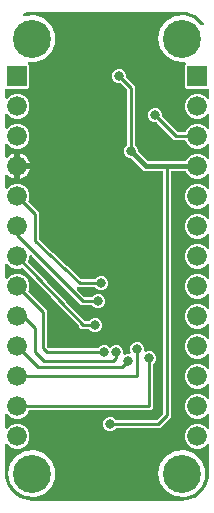
<source format=gbr>
G04 EAGLE Gerber RS-274X export*
G75*
%MOMM*%
%FSLAX34Y34*%
%LPD*%
%INBottom Copper*%
%IPPOS*%
%AMOC8*
5,1,8,0,0,1.08239X$1,22.5*%
G01*
%ADD10R,1.676400X1.676400*%
%ADD11C,1.676400*%
%ADD12C,3.216000*%
%ADD13C,0.800100*%
%ADD14C,0.254000*%
%ADD15C,0.406400*%

G36*
X152460Y2548D02*
X152460Y2548D01*
X152498Y2545D01*
X155879Y2811D01*
X156130Y2863D01*
X156167Y2868D01*
X162597Y4957D01*
X162882Y5092D01*
X162918Y5122D01*
X162945Y5135D01*
X168415Y9109D01*
X168645Y9325D01*
X168669Y9364D01*
X168691Y9385D01*
X170496Y11869D01*
X170509Y11893D01*
X170527Y11914D01*
X170585Y12031D01*
X170647Y12145D01*
X170651Y12159D01*
X170743Y12231D01*
X170794Y12308D01*
X170861Y12371D01*
X172665Y14855D01*
X172817Y15132D01*
X172829Y15177D01*
X172843Y15203D01*
X174932Y21633D01*
X174980Y21885D01*
X174989Y21921D01*
X175255Y25302D01*
X175253Y25362D01*
X175259Y25400D01*
X175259Y49565D01*
X175241Y49705D01*
X175227Y49846D01*
X175221Y49862D01*
X175219Y49878D01*
X175167Y50009D01*
X175118Y50142D01*
X175108Y50156D01*
X175102Y50171D01*
X175018Y50285D01*
X174938Y50401D01*
X174925Y50412D01*
X174916Y50425D01*
X174806Y50515D01*
X174698Y50607D01*
X174684Y50614D01*
X174671Y50625D01*
X174542Y50684D01*
X174415Y50746D01*
X174399Y50750D01*
X174385Y50756D01*
X174245Y50782D01*
X174106Y50810D01*
X174090Y50809D01*
X174074Y50812D01*
X173933Y50802D01*
X173791Y50795D01*
X173776Y50790D01*
X173760Y50789D01*
X173625Y50743D01*
X173490Y50701D01*
X173479Y50693D01*
X173461Y50687D01*
X173197Y50513D01*
X173157Y50469D01*
X173127Y50448D01*
X170999Y48321D01*
X167172Y46735D01*
X163028Y46735D01*
X159201Y48321D01*
X156271Y51251D01*
X154685Y55078D01*
X154685Y59222D01*
X156271Y63049D01*
X159201Y65979D01*
X163028Y67565D01*
X167172Y67565D01*
X170999Y65979D01*
X173127Y63852D01*
X173238Y63766D01*
X173349Y63675D01*
X173363Y63669D01*
X173376Y63659D01*
X173506Y63603D01*
X173635Y63544D01*
X173651Y63541D01*
X173666Y63534D01*
X173807Y63513D01*
X173946Y63488D01*
X173962Y63489D01*
X173978Y63486D01*
X174119Y63501D01*
X174260Y63511D01*
X174276Y63517D01*
X174292Y63518D01*
X174424Y63567D01*
X174559Y63613D01*
X174573Y63622D01*
X174588Y63628D01*
X174703Y63708D01*
X174823Y63787D01*
X174834Y63799D01*
X174847Y63808D01*
X174939Y63914D01*
X175034Y64020D01*
X175042Y64035D01*
X175052Y64047D01*
X175115Y64174D01*
X175181Y64300D01*
X175183Y64313D01*
X175192Y64330D01*
X175256Y64639D01*
X175253Y64698D01*
X175259Y64735D01*
X175259Y74965D01*
X175241Y75105D01*
X175227Y75246D01*
X175221Y75262D01*
X175219Y75278D01*
X175167Y75409D01*
X175118Y75542D01*
X175108Y75556D01*
X175102Y75571D01*
X175019Y75685D01*
X174938Y75801D01*
X174925Y75812D01*
X174916Y75825D01*
X174806Y75915D01*
X174698Y76007D01*
X174684Y76014D01*
X174671Y76025D01*
X174542Y76084D01*
X174415Y76146D01*
X174399Y76150D01*
X174385Y76156D01*
X174245Y76182D01*
X174106Y76210D01*
X174090Y76209D01*
X174074Y76212D01*
X173933Y76202D01*
X173791Y76195D01*
X173776Y76190D01*
X173760Y76189D01*
X173625Y76143D01*
X173490Y76101D01*
X173479Y76093D01*
X173461Y76087D01*
X173197Y75913D01*
X173157Y75869D01*
X173127Y75848D01*
X170999Y73721D01*
X167172Y72135D01*
X163028Y72135D01*
X159201Y73721D01*
X156271Y76651D01*
X154685Y80478D01*
X154685Y84622D01*
X156271Y88449D01*
X159201Y91379D01*
X163028Y92965D01*
X167172Y92965D01*
X170999Y91379D01*
X173127Y89252D01*
X173238Y89166D01*
X173349Y89075D01*
X173363Y89069D01*
X173376Y89059D01*
X173506Y89003D01*
X173635Y88944D01*
X173651Y88941D01*
X173666Y88934D01*
X173807Y88913D01*
X173946Y88888D01*
X173962Y88889D01*
X173978Y88886D01*
X174119Y88901D01*
X174260Y88911D01*
X174276Y88917D01*
X174292Y88918D01*
X174424Y88967D01*
X174559Y89013D01*
X174573Y89022D01*
X174588Y89028D01*
X174703Y89108D01*
X174823Y89187D01*
X174834Y89199D01*
X174847Y89208D01*
X174939Y89314D01*
X175034Y89420D01*
X175042Y89435D01*
X175052Y89447D01*
X175115Y89574D01*
X175181Y89700D01*
X175183Y89713D01*
X175192Y89730D01*
X175256Y90039D01*
X175253Y90098D01*
X175259Y90135D01*
X175259Y100365D01*
X175241Y100505D01*
X175227Y100646D01*
X175221Y100662D01*
X175219Y100678D01*
X175167Y100809D01*
X175118Y100942D01*
X175108Y100956D01*
X175102Y100971D01*
X175018Y101085D01*
X174938Y101201D01*
X174925Y101212D01*
X174916Y101225D01*
X174806Y101315D01*
X174698Y101407D01*
X174684Y101414D01*
X174671Y101425D01*
X174542Y101484D01*
X174415Y101546D01*
X174399Y101550D01*
X174385Y101556D01*
X174245Y101582D01*
X174106Y101610D01*
X174090Y101609D01*
X174074Y101612D01*
X173933Y101602D01*
X173791Y101595D01*
X173776Y101590D01*
X173760Y101589D01*
X173625Y101543D01*
X173490Y101501D01*
X173479Y101493D01*
X173461Y101487D01*
X173197Y101313D01*
X173157Y101269D01*
X173127Y101248D01*
X170999Y99121D01*
X167172Y97535D01*
X163028Y97535D01*
X159201Y99121D01*
X156271Y102051D01*
X154685Y105878D01*
X154685Y110022D01*
X156271Y113849D01*
X159201Y116779D01*
X163028Y118365D01*
X167172Y118365D01*
X170999Y116779D01*
X173127Y114652D01*
X173238Y114566D01*
X173349Y114475D01*
X173363Y114469D01*
X173376Y114459D01*
X173506Y114403D01*
X173635Y114344D01*
X173651Y114341D01*
X173666Y114334D01*
X173807Y114313D01*
X173946Y114288D01*
X173962Y114289D01*
X173978Y114286D01*
X174119Y114301D01*
X174260Y114311D01*
X174276Y114317D01*
X174292Y114318D01*
X174424Y114367D01*
X174559Y114413D01*
X174573Y114422D01*
X174588Y114428D01*
X174703Y114508D01*
X174823Y114587D01*
X174834Y114599D01*
X174847Y114608D01*
X174939Y114714D01*
X175034Y114820D01*
X175042Y114835D01*
X175052Y114847D01*
X175115Y114974D01*
X175181Y115100D01*
X175183Y115113D01*
X175192Y115130D01*
X175256Y115439D01*
X175253Y115498D01*
X175259Y115535D01*
X175259Y125765D01*
X175241Y125905D01*
X175227Y126046D01*
X175221Y126062D01*
X175219Y126078D01*
X175167Y126209D01*
X175118Y126342D01*
X175108Y126356D01*
X175102Y126371D01*
X175018Y126485D01*
X174938Y126601D01*
X174925Y126612D01*
X174916Y126625D01*
X174806Y126715D01*
X174698Y126807D01*
X174684Y126814D01*
X174671Y126825D01*
X174542Y126884D01*
X174415Y126946D01*
X174399Y126950D01*
X174385Y126956D01*
X174245Y126982D01*
X174106Y127010D01*
X174090Y127009D01*
X174074Y127012D01*
X173933Y127002D01*
X173791Y126995D01*
X173776Y126990D01*
X173760Y126989D01*
X173625Y126943D01*
X173490Y126901D01*
X173479Y126893D01*
X173461Y126887D01*
X173197Y126713D01*
X173157Y126669D01*
X173127Y126648D01*
X170999Y124521D01*
X167172Y122935D01*
X163028Y122935D01*
X159201Y124521D01*
X156271Y127451D01*
X154685Y131278D01*
X154685Y135422D01*
X156271Y139249D01*
X159201Y142179D01*
X163028Y143765D01*
X167172Y143765D01*
X170999Y142179D01*
X173127Y140052D01*
X173238Y139966D01*
X173349Y139875D01*
X173363Y139869D01*
X173376Y139859D01*
X173506Y139803D01*
X173635Y139744D01*
X173651Y139741D01*
X173666Y139734D01*
X173807Y139713D01*
X173946Y139688D01*
X173962Y139689D01*
X173978Y139686D01*
X174119Y139701D01*
X174260Y139711D01*
X174276Y139717D01*
X174292Y139718D01*
X174424Y139767D01*
X174559Y139813D01*
X174573Y139822D01*
X174588Y139828D01*
X174703Y139908D01*
X174823Y139987D01*
X174834Y139999D01*
X174847Y140008D01*
X174939Y140114D01*
X175034Y140220D01*
X175042Y140235D01*
X175052Y140247D01*
X175115Y140374D01*
X175181Y140500D01*
X175183Y140513D01*
X175192Y140530D01*
X175256Y140839D01*
X175253Y140898D01*
X175259Y140935D01*
X175259Y151165D01*
X175241Y151305D01*
X175227Y151446D01*
X175221Y151462D01*
X175219Y151478D01*
X175167Y151609D01*
X175118Y151742D01*
X175108Y151756D01*
X175102Y151771D01*
X175018Y151885D01*
X174938Y152001D01*
X174925Y152012D01*
X174916Y152025D01*
X174806Y152115D01*
X174698Y152207D01*
X174684Y152214D01*
X174671Y152225D01*
X174542Y152284D01*
X174415Y152346D01*
X174399Y152350D01*
X174385Y152356D01*
X174245Y152382D01*
X174106Y152410D01*
X174090Y152409D01*
X174074Y152412D01*
X173933Y152402D01*
X173791Y152395D01*
X173776Y152390D01*
X173760Y152389D01*
X173625Y152343D01*
X173490Y152301D01*
X173479Y152293D01*
X173461Y152287D01*
X173197Y152113D01*
X173157Y152069D01*
X173127Y152048D01*
X170999Y149921D01*
X167172Y148335D01*
X163028Y148335D01*
X159201Y149921D01*
X156271Y152851D01*
X154685Y156678D01*
X154685Y160822D01*
X156271Y164649D01*
X159201Y167579D01*
X163028Y169165D01*
X167172Y169165D01*
X170999Y167579D01*
X173127Y165452D01*
X173238Y165366D01*
X173349Y165275D01*
X173363Y165269D01*
X173376Y165259D01*
X173506Y165203D01*
X173635Y165144D01*
X173651Y165141D01*
X173666Y165134D01*
X173807Y165113D01*
X173946Y165088D01*
X173962Y165089D01*
X173978Y165086D01*
X174119Y165101D01*
X174260Y165111D01*
X174276Y165117D01*
X174292Y165118D01*
X174424Y165167D01*
X174559Y165213D01*
X174573Y165222D01*
X174588Y165228D01*
X174703Y165308D01*
X174823Y165387D01*
X174834Y165399D01*
X174847Y165408D01*
X174939Y165514D01*
X175034Y165620D01*
X175042Y165635D01*
X175052Y165647D01*
X175115Y165774D01*
X175181Y165900D01*
X175183Y165913D01*
X175192Y165930D01*
X175256Y166239D01*
X175253Y166298D01*
X175259Y166335D01*
X175259Y176565D01*
X175241Y176705D01*
X175227Y176846D01*
X175221Y176862D01*
X175219Y176878D01*
X175167Y177009D01*
X175118Y177142D01*
X175108Y177156D01*
X175102Y177171D01*
X175018Y177285D01*
X174938Y177401D01*
X174925Y177412D01*
X174916Y177425D01*
X174806Y177515D01*
X174698Y177607D01*
X174684Y177614D01*
X174671Y177625D01*
X174542Y177684D01*
X174415Y177746D01*
X174399Y177750D01*
X174385Y177756D01*
X174245Y177782D01*
X174106Y177810D01*
X174090Y177809D01*
X174074Y177812D01*
X173933Y177802D01*
X173791Y177795D01*
X173776Y177790D01*
X173760Y177789D01*
X173625Y177743D01*
X173490Y177701D01*
X173479Y177693D01*
X173461Y177687D01*
X173197Y177513D01*
X173157Y177469D01*
X173127Y177448D01*
X170999Y175321D01*
X167172Y173735D01*
X163028Y173735D01*
X159201Y175321D01*
X156271Y178251D01*
X154685Y182078D01*
X154685Y186222D01*
X156271Y190049D01*
X159201Y192979D01*
X163028Y194565D01*
X167172Y194565D01*
X170999Y192979D01*
X173127Y190852D01*
X173238Y190766D01*
X173349Y190675D01*
X173363Y190669D01*
X173376Y190659D01*
X173506Y190603D01*
X173635Y190544D01*
X173651Y190541D01*
X173666Y190534D01*
X173807Y190513D01*
X173946Y190488D01*
X173962Y190489D01*
X173978Y190486D01*
X174119Y190501D01*
X174260Y190511D01*
X174276Y190517D01*
X174292Y190518D01*
X174424Y190567D01*
X174559Y190613D01*
X174573Y190622D01*
X174588Y190628D01*
X174703Y190708D01*
X174823Y190787D01*
X174834Y190799D01*
X174847Y190808D01*
X174939Y190914D01*
X175034Y191020D01*
X175042Y191035D01*
X175052Y191047D01*
X175115Y191174D01*
X175181Y191300D01*
X175183Y191313D01*
X175192Y191330D01*
X175256Y191639D01*
X175253Y191698D01*
X175259Y191735D01*
X175259Y201965D01*
X175241Y202105D01*
X175227Y202246D01*
X175221Y202262D01*
X175219Y202278D01*
X175167Y202409D01*
X175118Y202542D01*
X175108Y202556D01*
X175102Y202571D01*
X175018Y202685D01*
X174938Y202801D01*
X174925Y202812D01*
X174916Y202825D01*
X174806Y202915D01*
X174698Y203007D01*
X174684Y203014D01*
X174671Y203025D01*
X174542Y203084D01*
X174415Y203146D01*
X174399Y203150D01*
X174385Y203156D01*
X174245Y203182D01*
X174106Y203210D01*
X174090Y203209D01*
X174074Y203212D01*
X173933Y203202D01*
X173791Y203195D01*
X173776Y203190D01*
X173760Y203189D01*
X173625Y203143D01*
X173490Y203101D01*
X173479Y203093D01*
X173461Y203087D01*
X173197Y202913D01*
X173157Y202869D01*
X173127Y202848D01*
X170999Y200721D01*
X167172Y199135D01*
X163028Y199135D01*
X159201Y200721D01*
X156271Y203651D01*
X154685Y207478D01*
X154685Y211622D01*
X156271Y215449D01*
X159201Y218379D01*
X163028Y219965D01*
X167172Y219965D01*
X170999Y218379D01*
X173127Y216252D01*
X173238Y216166D01*
X173349Y216075D01*
X173363Y216069D01*
X173376Y216059D01*
X173506Y216003D01*
X173635Y215944D01*
X173651Y215941D01*
X173666Y215934D01*
X173807Y215913D01*
X173946Y215888D01*
X173962Y215889D01*
X173978Y215886D01*
X174119Y215901D01*
X174260Y215911D01*
X174276Y215917D01*
X174292Y215918D01*
X174424Y215967D01*
X174559Y216013D01*
X174573Y216022D01*
X174588Y216028D01*
X174703Y216108D01*
X174823Y216187D01*
X174834Y216199D01*
X174847Y216208D01*
X174939Y216314D01*
X175034Y216420D01*
X175042Y216435D01*
X175052Y216447D01*
X175115Y216574D01*
X175181Y216700D01*
X175183Y216713D01*
X175192Y216730D01*
X175256Y217039D01*
X175253Y217098D01*
X175259Y217135D01*
X175259Y227365D01*
X175241Y227505D01*
X175227Y227646D01*
X175221Y227662D01*
X175219Y227678D01*
X175167Y227809D01*
X175118Y227942D01*
X175108Y227956D01*
X175102Y227971D01*
X175018Y228085D01*
X174938Y228201D01*
X174925Y228212D01*
X174916Y228225D01*
X174806Y228315D01*
X174698Y228407D01*
X174684Y228414D01*
X174671Y228425D01*
X174542Y228484D01*
X174415Y228546D01*
X174399Y228550D01*
X174385Y228556D01*
X174245Y228582D01*
X174106Y228610D01*
X174090Y228609D01*
X174074Y228612D01*
X173933Y228602D01*
X173791Y228595D01*
X173776Y228590D01*
X173760Y228589D01*
X173625Y228543D01*
X173490Y228501D01*
X173479Y228493D01*
X173461Y228487D01*
X173197Y228313D01*
X173157Y228269D01*
X173127Y228248D01*
X170999Y226121D01*
X167172Y224535D01*
X163028Y224535D01*
X159201Y226121D01*
X156271Y229051D01*
X154685Y232878D01*
X154685Y237022D01*
X156271Y240849D01*
X159201Y243779D01*
X163028Y245365D01*
X167172Y245365D01*
X170999Y243779D01*
X173127Y241652D01*
X173238Y241566D01*
X173349Y241475D01*
X173363Y241469D01*
X173376Y241459D01*
X173506Y241403D01*
X173635Y241344D01*
X173651Y241341D01*
X173666Y241334D01*
X173807Y241313D01*
X173946Y241288D01*
X173962Y241289D01*
X173978Y241286D01*
X174119Y241301D01*
X174260Y241311D01*
X174276Y241317D01*
X174292Y241318D01*
X174424Y241367D01*
X174559Y241413D01*
X174573Y241422D01*
X174588Y241428D01*
X174703Y241508D01*
X174823Y241587D01*
X174834Y241599D01*
X174847Y241608D01*
X174939Y241714D01*
X175034Y241820D01*
X175042Y241835D01*
X175052Y241847D01*
X175115Y241974D01*
X175181Y242100D01*
X175183Y242113D01*
X175192Y242130D01*
X175256Y242439D01*
X175253Y242498D01*
X175259Y242535D01*
X175259Y252765D01*
X175241Y252905D01*
X175227Y253046D01*
X175221Y253062D01*
X175219Y253078D01*
X175167Y253209D01*
X175118Y253342D01*
X175108Y253356D01*
X175102Y253371D01*
X175018Y253485D01*
X174938Y253601D01*
X174925Y253612D01*
X174916Y253625D01*
X174806Y253715D01*
X174698Y253807D01*
X174684Y253814D01*
X174671Y253825D01*
X174542Y253884D01*
X174415Y253946D01*
X174399Y253950D01*
X174385Y253956D01*
X174245Y253982D01*
X174106Y254010D01*
X174090Y254009D01*
X174074Y254012D01*
X173933Y254002D01*
X173791Y253995D01*
X173776Y253990D01*
X173760Y253989D01*
X173625Y253943D01*
X173490Y253901D01*
X173479Y253893D01*
X173461Y253887D01*
X173197Y253713D01*
X173157Y253669D01*
X173127Y253648D01*
X170999Y251521D01*
X167172Y249935D01*
X163028Y249935D01*
X159201Y251521D01*
X156271Y254451D01*
X154685Y258278D01*
X154685Y262422D01*
X156271Y266249D01*
X159201Y269179D01*
X163028Y270765D01*
X167172Y270765D01*
X170999Y269179D01*
X173127Y267052D01*
X173238Y266966D01*
X173349Y266875D01*
X173363Y266869D01*
X173376Y266859D01*
X173506Y266803D01*
X173635Y266744D01*
X173651Y266741D01*
X173666Y266734D01*
X173807Y266713D01*
X173946Y266688D01*
X173962Y266689D01*
X173978Y266686D01*
X174119Y266701D01*
X174260Y266711D01*
X174276Y266717D01*
X174292Y266718D01*
X174424Y266767D01*
X174559Y266813D01*
X174573Y266822D01*
X174588Y266828D01*
X174703Y266908D01*
X174823Y266987D01*
X174834Y266999D01*
X174847Y267008D01*
X174939Y267114D01*
X175034Y267220D01*
X175042Y267235D01*
X175052Y267247D01*
X175115Y267374D01*
X175181Y267500D01*
X175183Y267513D01*
X175192Y267530D01*
X175256Y267839D01*
X175253Y267898D01*
X175259Y267935D01*
X175259Y278165D01*
X175241Y278305D01*
X175227Y278446D01*
X175221Y278462D01*
X175219Y278478D01*
X175167Y278609D01*
X175118Y278742D01*
X175108Y278756D01*
X175102Y278771D01*
X175018Y278885D01*
X174938Y279001D01*
X174925Y279012D01*
X174916Y279025D01*
X174806Y279115D01*
X174698Y279207D01*
X174684Y279214D01*
X174671Y279225D01*
X174542Y279284D01*
X174415Y279346D01*
X174399Y279350D01*
X174385Y279356D01*
X174245Y279382D01*
X174106Y279410D01*
X174090Y279409D01*
X174074Y279412D01*
X173933Y279402D01*
X173791Y279395D01*
X173776Y279390D01*
X173760Y279389D01*
X173625Y279343D01*
X173490Y279301D01*
X173479Y279293D01*
X173461Y279287D01*
X173197Y279113D01*
X173157Y279069D01*
X173127Y279048D01*
X170999Y276921D01*
X167172Y275335D01*
X163028Y275335D01*
X159201Y276921D01*
X156271Y279851D01*
X155830Y280914D01*
X155811Y280948D01*
X155798Y280985D01*
X155733Y281085D01*
X155674Y281188D01*
X155646Y281216D01*
X155625Y281249D01*
X155536Y281329D01*
X155453Y281414D01*
X155420Y281434D01*
X155391Y281460D01*
X155285Y281516D01*
X155184Y281577D01*
X155146Y281589D01*
X155112Y281607D01*
X155047Y281618D01*
X154882Y281668D01*
X154740Y281674D01*
X154676Y281685D01*
X144252Y281685D01*
X144127Y281669D01*
X144002Y281660D01*
X143971Y281649D01*
X143939Y281645D01*
X143822Y281599D01*
X143703Y281558D01*
X143676Y281540D01*
X143646Y281528D01*
X143545Y281454D01*
X143439Y281385D01*
X143418Y281361D01*
X143392Y281342D01*
X143312Y281244D01*
X143228Y281151D01*
X143213Y281122D01*
X143192Y281097D01*
X143139Y280983D01*
X143081Y280872D01*
X143077Y280846D01*
X143060Y280811D01*
X143004Y280500D01*
X143007Y280461D01*
X143003Y280436D01*
X143003Y73562D01*
X133448Y64007D01*
X97187Y64007D01*
X97078Y63993D01*
X96968Y63988D01*
X96922Y63974D01*
X96874Y63967D01*
X96772Y63927D01*
X96667Y63894D01*
X96636Y63872D01*
X96581Y63850D01*
X96327Y63664D01*
X96315Y63649D01*
X96304Y63641D01*
X94858Y62195D01*
X92640Y61277D01*
X90240Y61277D01*
X88022Y62195D01*
X86325Y63892D01*
X85407Y66110D01*
X85407Y68510D01*
X86325Y70728D01*
X88022Y72425D01*
X90240Y73343D01*
X92640Y73343D01*
X94858Y72425D01*
X96304Y70979D01*
X96390Y70911D01*
X96472Y70838D01*
X96515Y70815D01*
X96553Y70785D01*
X96654Y70742D01*
X96752Y70691D01*
X96788Y70684D01*
X96843Y70661D01*
X97155Y70613D01*
X97174Y70615D01*
X97187Y70613D01*
X130194Y70613D01*
X130303Y70627D01*
X130413Y70632D01*
X130460Y70646D01*
X130507Y70653D01*
X130610Y70693D01*
X130714Y70726D01*
X130745Y70748D01*
X130800Y70770D01*
X131055Y70956D01*
X131067Y70971D01*
X131078Y70979D01*
X136031Y75932D01*
X136099Y76019D01*
X136172Y76101D01*
X136195Y76143D01*
X136225Y76182D01*
X136268Y76283D01*
X136319Y76380D01*
X136326Y76417D01*
X136349Y76472D01*
X136397Y76783D01*
X136395Y76803D01*
X136397Y76816D01*
X136397Y280436D01*
X136381Y280561D01*
X136372Y280686D01*
X136361Y280717D01*
X136357Y280749D01*
X136311Y280866D01*
X136270Y280985D01*
X136252Y281012D01*
X136240Y281042D01*
X136166Y281143D01*
X136097Y281249D01*
X136073Y281270D01*
X136054Y281296D01*
X135956Y281376D01*
X135863Y281460D01*
X135834Y281475D01*
X135809Y281496D01*
X135695Y281549D01*
X135584Y281607D01*
X135558Y281611D01*
X135523Y281628D01*
X135212Y281684D01*
X135173Y281681D01*
X135148Y281685D01*
X120236Y281685D01*
X109871Y292051D01*
X109784Y292118D01*
X109702Y292192D01*
X109659Y292214D01*
X109621Y292244D01*
X109520Y292287D01*
X109423Y292338D01*
X109386Y292345D01*
X109331Y292368D01*
X109019Y292416D01*
X109000Y292414D01*
X108987Y292417D01*
X108020Y292417D01*
X105802Y293335D01*
X104105Y295032D01*
X103187Y297250D01*
X103187Y299650D01*
X104105Y301868D01*
X105551Y303314D01*
X105619Y303400D01*
X105692Y303482D01*
X105715Y303525D01*
X105745Y303563D01*
X105788Y303664D01*
X105839Y303762D01*
X105846Y303798D01*
X105869Y303853D01*
X105917Y304165D01*
X105915Y304184D01*
X105917Y304197D01*
X105917Y349904D01*
X105903Y350013D01*
X105898Y350123D01*
X105884Y350170D01*
X105877Y350217D01*
X105837Y350320D01*
X105804Y350424D01*
X105782Y350455D01*
X105760Y350510D01*
X105574Y350765D01*
X105559Y350777D01*
X105551Y350788D01*
X100788Y355551D01*
X100702Y355618D01*
X100620Y355692D01*
X100577Y355714D01*
X100539Y355744D01*
X100438Y355787D01*
X100340Y355838D01*
X100304Y355845D01*
X100249Y355868D01*
X99937Y355916D01*
X99918Y355914D01*
X99905Y355917D01*
X97860Y355917D01*
X95642Y356835D01*
X93945Y358532D01*
X93027Y360750D01*
X93027Y363150D01*
X93945Y365368D01*
X95642Y367065D01*
X97860Y367983D01*
X100260Y367983D01*
X102478Y367065D01*
X104175Y365368D01*
X105093Y363150D01*
X105093Y361105D01*
X105107Y360996D01*
X105113Y360886D01*
X105127Y360840D01*
X105133Y360792D01*
X105174Y360690D01*
X105207Y360585D01*
X105228Y360554D01*
X105250Y360499D01*
X105422Y360265D01*
X105423Y360263D01*
X105424Y360262D01*
X105437Y360245D01*
X105452Y360233D01*
X105459Y360222D01*
X112523Y353158D01*
X112523Y304197D01*
X112537Y304088D01*
X112542Y303978D01*
X112556Y303932D01*
X112563Y303884D01*
X112603Y303782D01*
X112636Y303677D01*
X112658Y303646D01*
X112680Y303591D01*
X112866Y303337D01*
X112881Y303325D01*
X112889Y303314D01*
X114335Y301868D01*
X115253Y299650D01*
X115253Y298683D01*
X115267Y298574D01*
X115273Y298464D01*
X115287Y298418D01*
X115293Y298370D01*
X115334Y298268D01*
X115367Y298163D01*
X115388Y298132D01*
X115410Y298077D01*
X115597Y297822D01*
X115612Y297810D01*
X115619Y297799D01*
X123238Y290181D01*
X123325Y290113D01*
X123406Y290040D01*
X123449Y290017D01*
X123487Y289987D01*
X123588Y289944D01*
X123686Y289893D01*
X123723Y289886D01*
X123777Y289863D01*
X124089Y289815D01*
X124108Y289817D01*
X124121Y289815D01*
X154676Y289815D01*
X154715Y289820D01*
X154754Y289817D01*
X154871Y289840D01*
X154989Y289855D01*
X155025Y289869D01*
X155064Y289876D01*
X155171Y289927D01*
X155282Y289972D01*
X155314Y289995D01*
X155349Y290011D01*
X155440Y290088D01*
X155536Y290158D01*
X155561Y290188D01*
X155591Y290214D01*
X155627Y290269D01*
X155736Y290403D01*
X155795Y290531D01*
X155830Y290586D01*
X156271Y291649D01*
X159201Y294579D01*
X163028Y296165D01*
X167172Y296165D01*
X170999Y294579D01*
X173127Y292452D01*
X173238Y292366D01*
X173349Y292275D01*
X173363Y292269D01*
X173376Y292259D01*
X173506Y292203D01*
X173635Y292144D01*
X173651Y292141D01*
X173666Y292134D01*
X173807Y292113D01*
X173946Y292088D01*
X173962Y292089D01*
X173978Y292086D01*
X174119Y292101D01*
X174260Y292111D01*
X174276Y292117D01*
X174292Y292118D01*
X174424Y292167D01*
X174559Y292213D01*
X174573Y292222D01*
X174588Y292228D01*
X174703Y292308D01*
X174823Y292387D01*
X174834Y292399D01*
X174847Y292408D01*
X174939Y292514D01*
X175034Y292620D01*
X175042Y292635D01*
X175052Y292647D01*
X175115Y292774D01*
X175181Y292900D01*
X175183Y292913D01*
X175192Y292930D01*
X175256Y293239D01*
X175253Y293298D01*
X175259Y293335D01*
X175259Y303565D01*
X175241Y303705D01*
X175227Y303846D01*
X175221Y303862D01*
X175219Y303878D01*
X175167Y304009D01*
X175118Y304142D01*
X175108Y304156D01*
X175102Y304171D01*
X175018Y304285D01*
X174938Y304401D01*
X174925Y304412D01*
X174916Y304425D01*
X174806Y304515D01*
X174698Y304607D01*
X174684Y304614D01*
X174671Y304625D01*
X174542Y304684D01*
X174415Y304746D01*
X174399Y304750D01*
X174385Y304756D01*
X174245Y304782D01*
X174106Y304810D01*
X174090Y304809D01*
X174074Y304812D01*
X173933Y304802D01*
X173791Y304795D01*
X173776Y304790D01*
X173760Y304789D01*
X173625Y304743D01*
X173490Y304701D01*
X173479Y304693D01*
X173461Y304687D01*
X173197Y304513D01*
X173157Y304469D01*
X173127Y304448D01*
X170999Y302321D01*
X167172Y300735D01*
X163028Y300735D01*
X159201Y302321D01*
X156271Y305251D01*
X155515Y307076D01*
X155495Y307110D01*
X155483Y307147D01*
X155417Y307247D01*
X155358Y307350D01*
X155331Y307378D01*
X155309Y307411D01*
X155221Y307491D01*
X155138Y307576D01*
X155104Y307596D01*
X155075Y307622D01*
X154970Y307678D01*
X154868Y307739D01*
X154831Y307751D01*
X154796Y307769D01*
X154732Y307780D01*
X154566Y307830D01*
X154425Y307836D01*
X154360Y307847D01*
X145952Y307847D01*
X131268Y322531D01*
X131182Y322598D01*
X131100Y322672D01*
X131057Y322694D01*
X131019Y322724D01*
X130918Y322767D01*
X130820Y322818D01*
X130784Y322825D01*
X130729Y322848D01*
X130417Y322896D01*
X130398Y322894D01*
X130385Y322897D01*
X128340Y322897D01*
X126122Y323815D01*
X124425Y325512D01*
X123507Y327730D01*
X123507Y330130D01*
X124425Y332348D01*
X126122Y334045D01*
X128340Y334963D01*
X130740Y334963D01*
X132958Y334045D01*
X134655Y332348D01*
X135573Y330130D01*
X135573Y328085D01*
X135587Y327976D01*
X135593Y327866D01*
X135607Y327820D01*
X135613Y327772D01*
X135654Y327670D01*
X135687Y327565D01*
X135708Y327534D01*
X135730Y327479D01*
X135917Y327225D01*
X135932Y327213D01*
X135939Y327202D01*
X148322Y314819D01*
X148409Y314751D01*
X148491Y314678D01*
X148533Y314655D01*
X148572Y314625D01*
X148673Y314582D01*
X148770Y314531D01*
X148807Y314524D01*
X148862Y314501D01*
X149173Y314453D01*
X149193Y314455D01*
X149206Y314453D01*
X154360Y314453D01*
X154399Y314458D01*
X154438Y314455D01*
X154555Y314478D01*
X154673Y314493D01*
X154710Y314507D01*
X154748Y314514D01*
X154856Y314565D01*
X154966Y314610D01*
X154998Y314633D01*
X155033Y314649D01*
X155125Y314726D01*
X155221Y314796D01*
X155246Y314826D01*
X155276Y314852D01*
X155311Y314907D01*
X155420Y315041D01*
X155479Y315169D01*
X155515Y315224D01*
X156271Y317049D01*
X159201Y319979D01*
X163028Y321565D01*
X167172Y321565D01*
X170999Y319979D01*
X173127Y317852D01*
X173238Y317766D01*
X173349Y317675D01*
X173363Y317669D01*
X173376Y317659D01*
X173506Y317603D01*
X173635Y317544D01*
X173651Y317541D01*
X173666Y317534D01*
X173807Y317513D01*
X173946Y317488D01*
X173962Y317489D01*
X173978Y317486D01*
X174119Y317501D01*
X174260Y317511D01*
X174276Y317517D01*
X174292Y317518D01*
X174424Y317567D01*
X174559Y317613D01*
X174573Y317622D01*
X174588Y317628D01*
X174703Y317708D01*
X174823Y317787D01*
X174834Y317799D01*
X174847Y317808D01*
X174939Y317914D01*
X175034Y318020D01*
X175042Y318035D01*
X175052Y318047D01*
X175115Y318174D01*
X175181Y318300D01*
X175183Y318313D01*
X175192Y318330D01*
X175256Y318639D01*
X175253Y318698D01*
X175259Y318735D01*
X175259Y328965D01*
X175241Y329105D01*
X175227Y329246D01*
X175221Y329262D01*
X175219Y329278D01*
X175167Y329409D01*
X175118Y329542D01*
X175108Y329556D01*
X175102Y329571D01*
X175018Y329685D01*
X174938Y329801D01*
X174925Y329812D01*
X174916Y329825D01*
X174806Y329915D01*
X174698Y330007D01*
X174684Y330014D01*
X174671Y330025D01*
X174542Y330084D01*
X174415Y330146D01*
X174399Y330150D01*
X174385Y330156D01*
X174245Y330182D01*
X174106Y330210D01*
X174090Y330209D01*
X174074Y330212D01*
X173933Y330202D01*
X173791Y330195D01*
X173776Y330190D01*
X173760Y330189D01*
X173625Y330143D01*
X173490Y330101D01*
X173479Y330093D01*
X173461Y330087D01*
X173197Y329913D01*
X173157Y329869D01*
X173127Y329848D01*
X170999Y327721D01*
X167172Y326135D01*
X163028Y326135D01*
X159201Y327721D01*
X156271Y330651D01*
X154685Y334478D01*
X154685Y338622D01*
X156271Y342449D01*
X159201Y345379D01*
X163028Y346965D01*
X167172Y346965D01*
X170999Y345379D01*
X173127Y343252D01*
X173238Y343166D01*
X173349Y343075D01*
X173363Y343069D01*
X173376Y343059D01*
X173506Y343003D01*
X173635Y342944D01*
X173651Y342941D01*
X173666Y342934D01*
X173807Y342913D01*
X173946Y342888D01*
X173962Y342889D01*
X173978Y342886D01*
X174119Y342901D01*
X174260Y342911D01*
X174276Y342917D01*
X174292Y342918D01*
X174424Y342967D01*
X174559Y343013D01*
X174573Y343022D01*
X174588Y343028D01*
X174703Y343108D01*
X174823Y343187D01*
X174834Y343199D01*
X174847Y343208D01*
X174939Y343314D01*
X175034Y343420D01*
X175042Y343435D01*
X175052Y343447D01*
X175115Y343574D01*
X175181Y343700D01*
X175183Y343713D01*
X175192Y343730D01*
X175256Y344039D01*
X175253Y344098D01*
X175259Y344135D01*
X175259Y350286D01*
X175243Y350411D01*
X175234Y350536D01*
X175223Y350567D01*
X175219Y350599D01*
X175173Y350716D01*
X175132Y350835D01*
X175114Y350862D01*
X175102Y350892D01*
X175028Y350993D01*
X174959Y351099D01*
X174935Y351120D01*
X174916Y351146D01*
X174818Y351226D01*
X174725Y351310D01*
X174696Y351325D01*
X174671Y351346D01*
X174557Y351399D01*
X174446Y351457D01*
X174420Y351461D01*
X174385Y351478D01*
X174074Y351534D01*
X174035Y351531D01*
X174010Y351535D01*
X155876Y351535D01*
X154685Y352726D01*
X154685Y371174D01*
X155081Y371570D01*
X155128Y371631D01*
X155183Y371685D01*
X155225Y371755D01*
X155275Y371820D01*
X155305Y371890D01*
X155344Y371956D01*
X155367Y372035D01*
X155399Y372110D01*
X155411Y372185D01*
X155432Y372259D01*
X155435Y372341D01*
X155447Y372421D01*
X155439Y372498D01*
X155441Y372575D01*
X155423Y372654D01*
X155415Y372735D01*
X155389Y372807D01*
X155371Y372882D01*
X155334Y372955D01*
X155306Y373031D01*
X155262Y373094D01*
X155227Y373163D01*
X155172Y373223D01*
X155126Y373290D01*
X155067Y373340D01*
X155016Y373398D01*
X154948Y373443D01*
X154887Y373496D01*
X154817Y373530D01*
X154754Y373572D01*
X154698Y373589D01*
X154603Y373635D01*
X154376Y373682D01*
X154329Y373696D01*
X146179Y374553D01*
X138928Y378738D01*
X134008Y385511D01*
X132267Y393700D01*
X134008Y401889D01*
X138928Y408662D01*
X146179Y412847D01*
X154504Y413723D01*
X162466Y411136D01*
X168649Y405569D01*
X168672Y405553D01*
X168691Y405533D01*
X168801Y405463D01*
X168908Y405389D01*
X168934Y405379D01*
X168957Y405365D01*
X169082Y405325D01*
X169204Y405280D01*
X169232Y405277D01*
X169258Y405269D01*
X169388Y405261D01*
X169518Y405248D01*
X169546Y405252D01*
X169573Y405251D01*
X169701Y405276D01*
X169830Y405296D01*
X169856Y405307D01*
X169882Y405313D01*
X170000Y405369D01*
X170120Y405421D01*
X170142Y405438D01*
X170166Y405450D01*
X170266Y405534D01*
X170369Y405614D01*
X170386Y405636D01*
X170407Y405654D01*
X170482Y405761D01*
X170562Y405864D01*
X170573Y405889D01*
X170589Y405912D01*
X170635Y406034D01*
X170686Y406154D01*
X170691Y406181D01*
X170700Y406207D01*
X170714Y406337D01*
X170734Y406466D01*
X170731Y406493D01*
X170734Y406521D01*
X170715Y406650D01*
X170702Y406780D01*
X170692Y406806D01*
X170688Y406833D01*
X170662Y406887D01*
X170592Y407076D01*
X170536Y407148D01*
X170496Y407231D01*
X168691Y409715D01*
X168475Y409945D01*
X168436Y409969D01*
X168415Y409991D01*
X162945Y413965D01*
X162668Y414117D01*
X162623Y414129D01*
X162597Y414143D01*
X156167Y416232D01*
X155915Y416280D01*
X155879Y416289D01*
X152498Y416555D01*
X152438Y416553D01*
X152400Y416559D01*
X25400Y416559D01*
X25340Y416552D01*
X25302Y416555D01*
X21921Y416289D01*
X21671Y416237D01*
X21633Y416232D01*
X18714Y415283D01*
X18689Y415272D01*
X18662Y415265D01*
X18547Y415205D01*
X18428Y415149D01*
X18407Y415131D01*
X18383Y415118D01*
X18286Y415031D01*
X18186Y414947D01*
X18170Y414925D01*
X18149Y414906D01*
X18078Y414797D01*
X18002Y414691D01*
X17992Y414665D01*
X17977Y414642D01*
X17935Y414518D01*
X17887Y414397D01*
X17884Y414370D01*
X17875Y414343D01*
X17866Y414213D01*
X17851Y414083D01*
X17854Y414056D01*
X17852Y414029D01*
X17876Y413900D01*
X17893Y413771D01*
X17904Y413745D01*
X17909Y413718D01*
X17964Y413600D01*
X18013Y413479D01*
X18030Y413457D01*
X18041Y413432D01*
X18124Y413331D01*
X18202Y413226D01*
X18224Y413209D01*
X18241Y413188D01*
X18347Y413111D01*
X18448Y413029D01*
X18473Y413018D01*
X18496Y413002D01*
X18617Y412953D01*
X18736Y412900D01*
X18763Y412895D01*
X18789Y412885D01*
X18849Y412881D01*
X19047Y412847D01*
X19139Y412860D01*
X19230Y412853D01*
X27504Y413723D01*
X35466Y411136D01*
X41688Y405534D01*
X45093Y397886D01*
X45093Y389514D01*
X41688Y381866D01*
X35466Y376264D01*
X27504Y373677D01*
X23310Y374118D01*
X23261Y374117D01*
X23212Y374125D01*
X23103Y374114D01*
X22995Y374111D01*
X22947Y374098D01*
X22898Y374093D01*
X22796Y374055D01*
X22691Y374026D01*
X22648Y374001D01*
X22602Y373984D01*
X22512Y373921D01*
X22419Y373867D01*
X22383Y373832D01*
X22343Y373803D01*
X22272Y373721D01*
X22195Y373644D01*
X22169Y373602D01*
X22137Y373564D01*
X22089Y373467D01*
X22033Y373373D01*
X22020Y373326D01*
X21998Y373281D01*
X21976Y373175D01*
X21945Y373070D01*
X21944Y373021D01*
X21934Y372972D01*
X21939Y372864D01*
X21936Y372755D01*
X21947Y372706D01*
X21950Y372657D01*
X21982Y372553D01*
X22006Y372447D01*
X22029Y372403D01*
X22044Y372356D01*
X22081Y372302D01*
X22151Y372167D01*
X22258Y372047D01*
X22296Y371993D01*
X23115Y371174D01*
X23115Y352726D01*
X21924Y351535D01*
X3790Y351535D01*
X3665Y351519D01*
X3540Y351510D01*
X3509Y351499D01*
X3477Y351495D01*
X3360Y351449D01*
X3241Y351408D01*
X3214Y351390D01*
X3184Y351378D01*
X3083Y351304D01*
X2977Y351235D01*
X2956Y351211D01*
X2930Y351192D01*
X2850Y351094D01*
X2766Y351001D01*
X2751Y350972D01*
X2730Y350947D01*
X2677Y350833D01*
X2619Y350722D01*
X2615Y350696D01*
X2598Y350661D01*
X2542Y350350D01*
X2545Y350311D01*
X2541Y350286D01*
X2541Y344135D01*
X2559Y343995D01*
X2573Y343854D01*
X2579Y343838D01*
X2581Y343822D01*
X2633Y343691D01*
X2682Y343558D01*
X2692Y343544D01*
X2698Y343529D01*
X2782Y343415D01*
X2862Y343299D01*
X2875Y343288D01*
X2884Y343275D01*
X2994Y343185D01*
X3102Y343093D01*
X3116Y343086D01*
X3129Y343075D01*
X3258Y343016D01*
X3385Y342954D01*
X3401Y342950D01*
X3415Y342944D01*
X3555Y342918D01*
X3694Y342890D01*
X3710Y342891D01*
X3726Y342888D01*
X3867Y342898D01*
X4009Y342905D01*
X4024Y342910D01*
X4040Y342911D01*
X4175Y342957D01*
X4310Y342999D01*
X4321Y343007D01*
X4339Y343013D01*
X4603Y343187D01*
X4643Y343231D01*
X4673Y343252D01*
X6801Y345379D01*
X10628Y346965D01*
X14772Y346965D01*
X18599Y345379D01*
X21529Y342449D01*
X23115Y338622D01*
X23115Y334478D01*
X21529Y330651D01*
X18599Y327721D01*
X14772Y326135D01*
X10628Y326135D01*
X6801Y327721D01*
X4673Y329848D01*
X4562Y329934D01*
X4451Y330025D01*
X4437Y330031D01*
X4424Y330041D01*
X4294Y330097D01*
X4165Y330156D01*
X4149Y330159D01*
X4134Y330166D01*
X3993Y330187D01*
X3854Y330212D01*
X3838Y330211D01*
X3822Y330214D01*
X3681Y330199D01*
X3540Y330189D01*
X3524Y330183D01*
X3508Y330182D01*
X3376Y330133D01*
X3241Y330087D01*
X3227Y330078D01*
X3212Y330072D01*
X3097Y329992D01*
X2977Y329913D01*
X2966Y329901D01*
X2953Y329892D01*
X2861Y329786D01*
X2766Y329680D01*
X2758Y329665D01*
X2748Y329653D01*
X2685Y329526D01*
X2619Y329400D01*
X2617Y329387D01*
X2608Y329370D01*
X2544Y329061D01*
X2547Y329002D01*
X2541Y328965D01*
X2541Y318735D01*
X2559Y318595D01*
X2573Y318454D01*
X2579Y318438D01*
X2581Y318422D01*
X2633Y318291D01*
X2682Y318158D01*
X2692Y318144D01*
X2698Y318129D01*
X2782Y318015D01*
X2862Y317899D01*
X2875Y317888D01*
X2884Y317875D01*
X2994Y317785D01*
X3102Y317693D01*
X3116Y317686D01*
X3129Y317675D01*
X3258Y317616D01*
X3385Y317554D01*
X3401Y317550D01*
X3415Y317544D01*
X3555Y317518D01*
X3694Y317490D01*
X3710Y317491D01*
X3726Y317488D01*
X3867Y317498D01*
X4009Y317505D01*
X4024Y317510D01*
X4040Y317511D01*
X4175Y317557D01*
X4310Y317599D01*
X4321Y317607D01*
X4339Y317613D01*
X4603Y317787D01*
X4643Y317831D01*
X4673Y317852D01*
X6801Y319979D01*
X10628Y321565D01*
X14772Y321565D01*
X18599Y319979D01*
X21529Y317049D01*
X23115Y313222D01*
X23115Y309078D01*
X21529Y305251D01*
X18599Y302321D01*
X14772Y300735D01*
X10628Y300735D01*
X6801Y302321D01*
X4673Y304448D01*
X4562Y304534D01*
X4451Y304625D01*
X4437Y304631D01*
X4424Y304641D01*
X4294Y304697D01*
X4165Y304756D01*
X4149Y304759D01*
X4134Y304766D01*
X3993Y304787D01*
X3854Y304812D01*
X3838Y304811D01*
X3822Y304814D01*
X3681Y304799D01*
X3540Y304789D01*
X3524Y304783D01*
X3508Y304782D01*
X3376Y304733D01*
X3241Y304687D01*
X3227Y304678D01*
X3212Y304672D01*
X3097Y304592D01*
X2977Y304513D01*
X2966Y304501D01*
X2953Y304492D01*
X2861Y304386D01*
X2766Y304280D01*
X2758Y304265D01*
X2748Y304253D01*
X2685Y304126D01*
X2619Y304000D01*
X2617Y303987D01*
X2608Y303970D01*
X2544Y303661D01*
X2547Y303602D01*
X2541Y303565D01*
X2541Y294054D01*
X2559Y293913D01*
X2573Y293772D01*
X2579Y293757D01*
X2581Y293741D01*
X2633Y293609D01*
X2682Y293476D01*
X2692Y293463D01*
X2698Y293448D01*
X2781Y293333D01*
X2862Y293217D01*
X2875Y293206D01*
X2884Y293193D01*
X2994Y293104D01*
X3102Y293011D01*
X3116Y293004D01*
X3129Y292994D01*
X3258Y292935D01*
X3385Y292872D01*
X3401Y292869D01*
X3415Y292862D01*
X3555Y292837D01*
X3694Y292808D01*
X3710Y292809D01*
X3726Y292806D01*
X3867Y292817D01*
X4009Y292824D01*
X4024Y292829D01*
X4040Y292830D01*
X4175Y292876D01*
X4310Y292918D01*
X4321Y292925D01*
X4339Y292932D01*
X4603Y293105D01*
X4643Y293149D01*
X4673Y293170D01*
X5584Y294081D01*
X6975Y295092D01*
X8507Y295872D01*
X10142Y296404D01*
X10201Y296413D01*
X10201Y287000D01*
X10217Y286875D01*
X10226Y286750D01*
X10237Y286719D01*
X10241Y286687D01*
X10287Y286570D01*
X10328Y286451D01*
X10346Y286424D01*
X10358Y286394D01*
X10432Y286293D01*
X10501Y286187D01*
X10525Y286166D01*
X10544Y286140D01*
X10642Y286060D01*
X10735Y285976D01*
X10764Y285961D01*
X10789Y285940D01*
X10903Y285888D01*
X11015Y285829D01*
X11040Y285825D01*
X11075Y285808D01*
X11386Y285753D01*
X11425Y285755D01*
X11450Y285751D01*
X12701Y285751D01*
X12701Y285749D01*
X11450Y285749D01*
X11325Y285733D01*
X11200Y285724D01*
X11169Y285713D01*
X11137Y285709D01*
X11020Y285663D01*
X10901Y285622D01*
X10874Y285604D01*
X10844Y285592D01*
X10743Y285518D01*
X10637Y285449D01*
X10616Y285425D01*
X10590Y285406D01*
X10510Y285308D01*
X10426Y285215D01*
X10411Y285186D01*
X10390Y285161D01*
X10337Y285047D01*
X10279Y284935D01*
X10275Y284910D01*
X10258Y284875D01*
X10202Y284564D01*
X10205Y284525D01*
X10201Y284500D01*
X10201Y275087D01*
X10142Y275096D01*
X8507Y275628D01*
X6975Y276408D01*
X5584Y277419D01*
X4673Y278330D01*
X4561Y278416D01*
X4451Y278506D01*
X4437Y278513D01*
X4424Y278523D01*
X4294Y278579D01*
X4165Y278638D01*
X4149Y278641D01*
X4134Y278647D01*
X3993Y278669D01*
X3854Y278694D01*
X3838Y278693D01*
X3822Y278695D01*
X3681Y278681D01*
X3540Y278670D01*
X3524Y278665D01*
X3508Y278663D01*
X3376Y278614D01*
X3241Y278568D01*
X3227Y278559D01*
X3212Y278554D01*
X3096Y278473D01*
X2977Y278395D01*
X2966Y278383D01*
X2953Y278374D01*
X2861Y278267D01*
X2766Y278161D01*
X2758Y278147D01*
X2748Y278135D01*
X2685Y278007D01*
X2619Y277882D01*
X2617Y277869D01*
X2608Y277852D01*
X2544Y277543D01*
X2547Y277483D01*
X2541Y277446D01*
X2541Y267935D01*
X2559Y267795D01*
X2573Y267654D01*
X2579Y267638D01*
X2581Y267622D01*
X2633Y267491D01*
X2682Y267358D01*
X2692Y267344D01*
X2698Y267329D01*
X2782Y267215D01*
X2862Y267099D01*
X2875Y267088D01*
X2884Y267075D01*
X2994Y266985D01*
X3102Y266893D01*
X3116Y266886D01*
X3129Y266875D01*
X3258Y266816D01*
X3385Y266754D01*
X3401Y266750D01*
X3415Y266744D01*
X3555Y266718D01*
X3694Y266690D01*
X3710Y266691D01*
X3726Y266688D01*
X3867Y266698D01*
X4009Y266705D01*
X4024Y266710D01*
X4040Y266711D01*
X4175Y266757D01*
X4310Y266799D01*
X4321Y266807D01*
X4339Y266813D01*
X4603Y266987D01*
X4643Y267031D01*
X4673Y267052D01*
X6801Y269179D01*
X10628Y270765D01*
X14772Y270765D01*
X18599Y269179D01*
X21529Y266249D01*
X23115Y262422D01*
X23115Y258278D01*
X22359Y256453D01*
X22348Y256415D01*
X22331Y256380D01*
X22307Y256264D01*
X22276Y256148D01*
X22275Y256109D01*
X22267Y256071D01*
X22273Y255952D01*
X22272Y255833D01*
X22281Y255795D01*
X22283Y255756D01*
X22318Y255642D01*
X22347Y255527D01*
X22365Y255492D01*
X22377Y255455D01*
X22414Y255401D01*
X22496Y255249D01*
X22592Y255145D01*
X22629Y255091D01*
X31243Y246478D01*
X31243Y224228D01*
X31259Y224098D01*
X31270Y223967D01*
X31279Y223942D01*
X31283Y223915D01*
X31331Y223793D01*
X31375Y223669D01*
X31388Y223652D01*
X31400Y223622D01*
X31586Y223368D01*
X31622Y223339D01*
X31640Y223315D01*
X66982Y190329D01*
X67054Y190277D01*
X67119Y190218D01*
X67181Y190185D01*
X67238Y190144D01*
X67320Y190112D01*
X67399Y190071D01*
X67449Y190062D01*
X67532Y190030D01*
X67812Y189997D01*
X67834Y189993D01*
X78073Y189993D01*
X78182Y190007D01*
X78292Y190012D01*
X78338Y190026D01*
X78386Y190033D01*
X78488Y190073D01*
X78593Y190106D01*
X78624Y190128D01*
X78679Y190150D01*
X78933Y190336D01*
X78945Y190351D01*
X78956Y190359D01*
X80402Y191805D01*
X82620Y192723D01*
X85020Y192723D01*
X87238Y191805D01*
X88935Y190108D01*
X89853Y187890D01*
X89853Y185490D01*
X88935Y183272D01*
X87238Y181575D01*
X85020Y180657D01*
X82620Y180657D01*
X80402Y181575D01*
X78956Y183021D01*
X78870Y183089D01*
X78788Y183162D01*
X78745Y183185D01*
X78707Y183215D01*
X78606Y183258D01*
X78508Y183309D01*
X78472Y183316D01*
X78417Y183339D01*
X78105Y183387D01*
X78086Y183385D01*
X78073Y183387D01*
X66119Y183387D01*
X66093Y183384D01*
X66075Y183387D01*
X64346Y183327D01*
X64227Y183308D01*
X64107Y183295D01*
X64072Y183282D01*
X64035Y183276D01*
X63924Y183228D01*
X63811Y183186D01*
X63780Y183165D01*
X63746Y183149D01*
X63651Y183075D01*
X63552Y183006D01*
X63528Y182977D01*
X63498Y182954D01*
X63425Y182858D01*
X63347Y182767D01*
X63330Y182733D01*
X63307Y182703D01*
X63260Y182592D01*
X63207Y182484D01*
X63200Y182447D01*
X63185Y182412D01*
X63168Y182293D01*
X63144Y182175D01*
X63145Y182137D01*
X63140Y182100D01*
X63153Y181980D01*
X63159Y181860D01*
X63170Y181823D01*
X63175Y181786D01*
X63217Y181673D01*
X63253Y181558D01*
X63270Y181534D01*
X63287Y181491D01*
X63469Y181234D01*
X63493Y181213D01*
X63506Y181195D01*
X69582Y175119D01*
X69669Y175051D01*
X69751Y174978D01*
X69793Y174955D01*
X69832Y174925D01*
X69933Y174882D01*
X70030Y174831D01*
X70067Y174824D01*
X70122Y174801D01*
X70433Y174753D01*
X70453Y174755D01*
X70466Y174753D01*
X75533Y174753D01*
X75642Y174767D01*
X75752Y174772D01*
X75798Y174786D01*
X75846Y174793D01*
X75948Y174833D01*
X76053Y174866D01*
X76084Y174888D01*
X76139Y174910D01*
X76393Y175096D01*
X76405Y175111D01*
X76416Y175119D01*
X77862Y176565D01*
X80080Y177483D01*
X82480Y177483D01*
X84698Y176565D01*
X86395Y174868D01*
X87313Y172650D01*
X87313Y170250D01*
X86395Y168032D01*
X84698Y166335D01*
X82480Y165417D01*
X80080Y165417D01*
X77862Y166335D01*
X76416Y167781D01*
X76330Y167849D01*
X76248Y167922D01*
X76205Y167945D01*
X76167Y167975D01*
X76066Y168018D01*
X75968Y168069D01*
X75932Y168076D01*
X75877Y168099D01*
X75565Y168147D01*
X75546Y168145D01*
X75533Y168147D01*
X67212Y168147D01*
X25247Y210112D01*
X25135Y210199D01*
X25025Y210288D01*
X25011Y210295D01*
X24998Y210305D01*
X24867Y210361D01*
X24739Y210420D01*
X24723Y210423D01*
X24708Y210430D01*
X24567Y210451D01*
X24428Y210476D01*
X24412Y210475D01*
X24396Y210477D01*
X24255Y210463D01*
X24114Y210452D01*
X24098Y210447D01*
X24082Y210446D01*
X23949Y210397D01*
X23815Y210351D01*
X23801Y210342D01*
X23786Y210336D01*
X23670Y210256D01*
X23551Y210177D01*
X23540Y210165D01*
X23527Y210156D01*
X23435Y210049D01*
X23340Y209944D01*
X23332Y209929D01*
X23322Y209917D01*
X23259Y209790D01*
X23193Y209664D01*
X23191Y209651D01*
X23182Y209634D01*
X23118Y209325D01*
X23121Y209266D01*
X23115Y209229D01*
X23115Y207478D01*
X22259Y205413D01*
X22253Y205389D01*
X22241Y205366D01*
X22211Y205237D01*
X22176Y205109D01*
X22176Y205084D01*
X22170Y205059D01*
X22174Y204926D01*
X22172Y204793D01*
X22178Y204769D01*
X22179Y204744D01*
X22216Y204616D01*
X22247Y204487D01*
X22259Y204465D01*
X22266Y204440D01*
X22298Y204392D01*
X22300Y204389D01*
X22306Y204370D01*
X22327Y204339D01*
X22397Y204209D01*
X22451Y204151D01*
X22480Y204107D01*
X22499Y204089D01*
X22511Y204072D01*
X69622Y154818D01*
X69718Y154741D01*
X69810Y154658D01*
X69841Y154641D01*
X69867Y154620D01*
X69980Y154569D01*
X70090Y154511D01*
X70117Y154506D01*
X70154Y154489D01*
X70465Y154434D01*
X70501Y154437D01*
X70525Y154433D01*
X72993Y154433D01*
X73102Y154447D01*
X73212Y154452D01*
X73258Y154466D01*
X73306Y154473D01*
X73408Y154513D01*
X73513Y154546D01*
X73544Y154568D01*
X73599Y154590D01*
X73853Y154776D01*
X73865Y154791D01*
X73876Y154799D01*
X75322Y156245D01*
X77540Y157163D01*
X79940Y157163D01*
X82158Y156245D01*
X83855Y154548D01*
X84773Y152330D01*
X84773Y149930D01*
X83855Y147712D01*
X82158Y146015D01*
X79940Y145097D01*
X77540Y145097D01*
X75322Y146015D01*
X73876Y147461D01*
X73790Y147529D01*
X73708Y147602D01*
X73665Y147625D01*
X73627Y147655D01*
X73526Y147698D01*
X73428Y147749D01*
X73392Y147756D01*
X73337Y147779D01*
X73025Y147827D01*
X73006Y147825D01*
X72993Y147827D01*
X70407Y147827D01*
X70311Y147815D01*
X70215Y147812D01*
X70155Y147795D01*
X70130Y147792D01*
X68557Y147827D01*
X68540Y147825D01*
X68529Y147827D01*
X67169Y147827D01*
X66228Y148811D01*
X66215Y148821D01*
X66209Y148831D01*
X65095Y149944D01*
X64934Y150164D01*
X64932Y150165D01*
X64931Y150167D01*
X17740Y199502D01*
X17699Y199536D01*
X17664Y199576D01*
X17577Y199635D01*
X17495Y199701D01*
X17447Y199723D01*
X17403Y199753D01*
X17304Y199788D01*
X17208Y199832D01*
X17156Y199841D01*
X17106Y199859D01*
X17001Y199868D01*
X16898Y199887D01*
X16845Y199883D01*
X16792Y199887D01*
X16728Y199873D01*
X16583Y199862D01*
X16424Y199807D01*
X16360Y199793D01*
X14772Y199135D01*
X10628Y199135D01*
X6801Y200721D01*
X4673Y202848D01*
X4562Y202934D01*
X4451Y203025D01*
X4437Y203031D01*
X4424Y203041D01*
X4294Y203097D01*
X4165Y203156D01*
X4149Y203159D01*
X4134Y203166D01*
X3993Y203187D01*
X3854Y203212D01*
X3838Y203211D01*
X3822Y203214D01*
X3681Y203199D01*
X3540Y203189D01*
X3524Y203183D01*
X3508Y203182D01*
X3376Y203133D01*
X3241Y203087D01*
X3227Y203078D01*
X3212Y203072D01*
X3097Y202992D01*
X2977Y202913D01*
X2966Y202901D01*
X2953Y202892D01*
X2861Y202786D01*
X2766Y202680D01*
X2758Y202665D01*
X2748Y202653D01*
X2685Y202526D01*
X2619Y202400D01*
X2617Y202387D01*
X2608Y202370D01*
X2544Y202061D01*
X2547Y202002D01*
X2541Y201965D01*
X2541Y191735D01*
X2559Y191595D01*
X2573Y191454D01*
X2579Y191438D01*
X2581Y191422D01*
X2633Y191291D01*
X2682Y191158D01*
X2692Y191144D01*
X2698Y191129D01*
X2782Y191015D01*
X2862Y190899D01*
X2875Y190888D01*
X2884Y190875D01*
X2994Y190785D01*
X3102Y190693D01*
X3116Y190686D01*
X3129Y190675D01*
X3258Y190616D01*
X3385Y190554D01*
X3401Y190550D01*
X3415Y190544D01*
X3555Y190518D01*
X3694Y190490D01*
X3710Y190491D01*
X3726Y190488D01*
X3867Y190498D01*
X4009Y190505D01*
X4024Y190510D01*
X4040Y190511D01*
X4175Y190557D01*
X4310Y190599D01*
X4321Y190607D01*
X4339Y190613D01*
X4603Y190787D01*
X4643Y190831D01*
X4673Y190852D01*
X6801Y192979D01*
X10628Y194565D01*
X14772Y194565D01*
X18599Y192979D01*
X21529Y190049D01*
X23115Y186222D01*
X23115Y182078D01*
X22359Y180253D01*
X22348Y180215D01*
X22331Y180180D01*
X22307Y180064D01*
X22276Y179948D01*
X22275Y179909D01*
X22267Y179871D01*
X22273Y179752D01*
X22272Y179633D01*
X22281Y179595D01*
X22283Y179556D01*
X22318Y179442D01*
X22347Y179327D01*
X22365Y179292D01*
X22377Y179255D01*
X22414Y179201D01*
X22496Y179049D01*
X22592Y178945D01*
X22629Y178891D01*
X35292Y166229D01*
X37593Y163928D01*
X37593Y133966D01*
X37607Y133857D01*
X37612Y133747D01*
X37626Y133700D01*
X37633Y133653D01*
X37673Y133550D01*
X37706Y133446D01*
X37728Y133415D01*
X37750Y133360D01*
X37936Y133105D01*
X37951Y133093D01*
X37959Y133082D01*
X39102Y131939D01*
X39189Y131871D01*
X39271Y131798D01*
X39313Y131775D01*
X39352Y131745D01*
X39453Y131702D01*
X39550Y131651D01*
X39587Y131644D01*
X39642Y131621D01*
X39953Y131573D01*
X39973Y131575D01*
X39986Y131573D01*
X80613Y131573D01*
X80722Y131587D01*
X80832Y131592D01*
X80878Y131606D01*
X80926Y131613D01*
X81028Y131653D01*
X81133Y131686D01*
X81164Y131708D01*
X81219Y131730D01*
X81473Y131916D01*
X81485Y131931D01*
X81496Y131939D01*
X82942Y133385D01*
X85160Y134303D01*
X87560Y134303D01*
X89778Y133385D01*
X90557Y132606D01*
X90656Y132528D01*
X90752Y132447D01*
X90781Y132432D01*
X90806Y132413D01*
X90922Y132363D01*
X91035Y132307D01*
X91066Y132301D01*
X91096Y132288D01*
X91221Y132269D01*
X91344Y132243D01*
X91376Y132245D01*
X91408Y132240D01*
X91533Y132253D01*
X91659Y132259D01*
X91690Y132269D01*
X91722Y132272D01*
X91840Y132316D01*
X91960Y132353D01*
X91981Y132368D01*
X92018Y132381D01*
X92277Y132561D01*
X92302Y132591D01*
X92323Y132606D01*
X93102Y133385D01*
X95320Y134303D01*
X97720Y134303D01*
X99938Y133385D01*
X101635Y131688D01*
X102553Y129470D01*
X102553Y127341D01*
X102560Y127286D01*
X102558Y127231D01*
X102580Y127130D01*
X102593Y127028D01*
X102614Y126976D01*
X102625Y126922D01*
X102672Y126831D01*
X102710Y126735D01*
X102743Y126690D01*
X102768Y126641D01*
X102836Y126563D01*
X102897Y126480D01*
X102940Y126445D01*
X102976Y126404D01*
X103061Y126346D01*
X103141Y126281D01*
X103191Y126258D01*
X103237Y126227D01*
X103334Y126192D01*
X103428Y126149D01*
X103482Y126139D01*
X103534Y126121D01*
X103637Y126111D01*
X103738Y126093D01*
X103793Y126097D01*
X103848Y126092D01*
X103912Y126106D01*
X104053Y126117D01*
X104217Y126173D01*
X104281Y126186D01*
X105480Y126683D01*
X107609Y126683D01*
X107664Y126690D01*
X107719Y126688D01*
X107820Y126710D01*
X107922Y126723D01*
X107974Y126744D01*
X108028Y126755D01*
X108119Y126802D01*
X108215Y126840D01*
X108260Y126873D01*
X108309Y126898D01*
X108387Y126966D01*
X108470Y127027D01*
X108505Y127070D01*
X108546Y127106D01*
X108604Y127191D01*
X108669Y127271D01*
X108692Y127321D01*
X108723Y127367D01*
X108758Y127464D01*
X108801Y127558D01*
X108811Y127612D01*
X108829Y127664D01*
X108839Y127767D01*
X108857Y127868D01*
X108853Y127923D01*
X108858Y127978D01*
X108844Y128042D01*
X108833Y128183D01*
X108777Y128347D01*
X108764Y128411D01*
X108267Y129610D01*
X108267Y132010D01*
X109185Y134228D01*
X110882Y135925D01*
X113100Y136843D01*
X115500Y136843D01*
X117718Y135925D01*
X119415Y134228D01*
X120333Y132010D01*
X120333Y129881D01*
X120340Y129826D01*
X120338Y129771D01*
X120360Y129670D01*
X120373Y129568D01*
X120394Y129516D01*
X120405Y129462D01*
X120452Y129371D01*
X120490Y129275D01*
X120523Y129230D01*
X120548Y129181D01*
X120616Y129103D01*
X120677Y129020D01*
X120720Y128985D01*
X120756Y128944D01*
X120841Y128886D01*
X120921Y128821D01*
X120971Y128798D01*
X121017Y128767D01*
X121114Y128732D01*
X121208Y128689D01*
X121262Y128679D01*
X121314Y128661D01*
X121417Y128651D01*
X121518Y128633D01*
X121573Y128637D01*
X121628Y128632D01*
X121692Y128646D01*
X121833Y128657D01*
X121997Y128713D01*
X122061Y128726D01*
X123260Y129223D01*
X125660Y129223D01*
X127878Y128305D01*
X129575Y126608D01*
X130493Y124390D01*
X130493Y121990D01*
X129575Y119772D01*
X128129Y118326D01*
X128061Y118240D01*
X127988Y118158D01*
X127965Y118115D01*
X127935Y118077D01*
X127892Y117976D01*
X127841Y117878D01*
X127834Y117842D01*
X127811Y117787D01*
X127763Y117475D01*
X127765Y117456D01*
X127763Y117443D01*
X127763Y81182D01*
X125828Y79247D01*
X23440Y79247D01*
X23401Y79242D01*
X23362Y79245D01*
X23245Y79222D01*
X23127Y79207D01*
X23090Y79193D01*
X23052Y79186D01*
X22944Y79135D01*
X22834Y79090D01*
X22802Y79067D01*
X22767Y79051D01*
X22675Y78974D01*
X22579Y78904D01*
X22554Y78874D01*
X22524Y78848D01*
X22489Y78793D01*
X22380Y78659D01*
X22321Y78531D01*
X22285Y78476D01*
X21529Y76651D01*
X18599Y73721D01*
X14772Y72135D01*
X10628Y72135D01*
X6801Y73721D01*
X4673Y75848D01*
X4562Y75934D01*
X4451Y76025D01*
X4437Y76031D01*
X4424Y76041D01*
X4294Y76097D01*
X4165Y76156D01*
X4149Y76159D01*
X4134Y76166D01*
X3993Y76187D01*
X3854Y76212D01*
X3838Y76211D01*
X3822Y76214D01*
X3681Y76199D01*
X3540Y76189D01*
X3524Y76183D01*
X3508Y76182D01*
X3376Y76133D01*
X3241Y76087D01*
X3227Y76078D01*
X3212Y76072D01*
X3097Y75992D01*
X2977Y75913D01*
X2966Y75901D01*
X2953Y75892D01*
X2861Y75786D01*
X2766Y75680D01*
X2758Y75665D01*
X2748Y75653D01*
X2685Y75526D01*
X2619Y75400D01*
X2617Y75387D01*
X2608Y75370D01*
X2544Y75061D01*
X2547Y75002D01*
X2541Y74965D01*
X2541Y64735D01*
X2559Y64595D01*
X2573Y64454D01*
X2579Y64438D01*
X2581Y64422D01*
X2633Y64291D01*
X2682Y64158D01*
X2692Y64144D01*
X2698Y64129D01*
X2782Y64015D01*
X2862Y63899D01*
X2875Y63888D01*
X2884Y63875D01*
X2994Y63785D01*
X3102Y63693D01*
X3116Y63686D01*
X3129Y63675D01*
X3258Y63616D01*
X3385Y63554D01*
X3401Y63550D01*
X3415Y63544D01*
X3555Y63518D01*
X3694Y63490D01*
X3710Y63491D01*
X3726Y63488D01*
X3867Y63498D01*
X4009Y63505D01*
X4024Y63510D01*
X4040Y63511D01*
X4175Y63557D01*
X4310Y63599D01*
X4321Y63607D01*
X4339Y63613D01*
X4603Y63787D01*
X4643Y63831D01*
X4673Y63852D01*
X6801Y65979D01*
X10628Y67565D01*
X14772Y67565D01*
X18599Y65979D01*
X21529Y63049D01*
X23115Y59222D01*
X23115Y55078D01*
X21529Y51251D01*
X18599Y48321D01*
X14772Y46735D01*
X10628Y46735D01*
X6801Y48321D01*
X4673Y50448D01*
X4562Y50534D01*
X4451Y50625D01*
X4437Y50631D01*
X4424Y50641D01*
X4294Y50697D01*
X4165Y50756D01*
X4149Y50759D01*
X4134Y50766D01*
X3993Y50787D01*
X3854Y50812D01*
X3838Y50811D01*
X3822Y50814D01*
X3681Y50799D01*
X3540Y50789D01*
X3524Y50783D01*
X3508Y50782D01*
X3376Y50733D01*
X3241Y50687D01*
X3227Y50678D01*
X3212Y50672D01*
X3097Y50592D01*
X2977Y50513D01*
X2966Y50501D01*
X2953Y50492D01*
X2861Y50386D01*
X2766Y50280D01*
X2758Y50265D01*
X2748Y50253D01*
X2685Y50126D01*
X2619Y50000D01*
X2617Y49987D01*
X2608Y49970D01*
X2544Y49661D01*
X2547Y49602D01*
X2541Y49565D01*
X2541Y25400D01*
X2548Y25340D01*
X2545Y25302D01*
X2811Y21921D01*
X2863Y21670D01*
X2868Y21633D01*
X4957Y15203D01*
X5092Y14918D01*
X5122Y14882D01*
X5135Y14855D01*
X9109Y9385D01*
X9325Y9155D01*
X9364Y9131D01*
X9385Y9109D01*
X14855Y5135D01*
X15132Y4983D01*
X15177Y4971D01*
X15203Y4957D01*
X18123Y4009D01*
X18150Y4003D01*
X18175Y3993D01*
X18305Y3974D01*
X18433Y3950D01*
X18447Y3951D01*
X18544Y3886D01*
X18632Y3860D01*
X18714Y3817D01*
X21633Y2868D01*
X21885Y2820D01*
X21921Y2811D01*
X25302Y2545D01*
X25362Y2547D01*
X25400Y2541D01*
X152400Y2541D01*
X152460Y2548D01*
G37*
%LPC*%
G36*
X19230Y6247D02*
X19230Y6247D01*
X19203Y6247D01*
X19176Y6252D01*
X19166Y6251D01*
X19134Y6278D01*
X11928Y10438D01*
X7008Y17211D01*
X5267Y25400D01*
X7008Y33589D01*
X11928Y40362D01*
X19179Y44547D01*
X27504Y45423D01*
X35466Y42836D01*
X41688Y37234D01*
X45093Y29586D01*
X45093Y21214D01*
X41688Y13566D01*
X35466Y7964D01*
X27504Y5377D01*
X19230Y6247D01*
G37*
%LPD*%
%LPC*%
G36*
X146179Y6253D02*
X146179Y6253D01*
X138928Y10438D01*
X134008Y17211D01*
X132267Y25400D01*
X134008Y33589D01*
X138928Y40362D01*
X146179Y44547D01*
X154504Y45423D01*
X162466Y42836D01*
X168688Y37234D01*
X172093Y29586D01*
X172093Y21214D01*
X168709Y13614D01*
X168701Y13587D01*
X168688Y13563D01*
X168685Y13554D01*
X168649Y13531D01*
X162466Y7964D01*
X154504Y5377D01*
X146179Y6253D01*
G37*
%LPD*%
%LPC*%
G36*
X15199Y288249D02*
X15199Y288249D01*
X15199Y296413D01*
X15258Y296404D01*
X16893Y295872D01*
X18425Y295092D01*
X19816Y294081D01*
X21031Y292866D01*
X22042Y291475D01*
X22822Y289943D01*
X23354Y288308D01*
X23363Y288249D01*
X15199Y288249D01*
G37*
%LPD*%
%LPC*%
G36*
X15199Y283251D02*
X15199Y283251D01*
X23363Y283251D01*
X23354Y283192D01*
X22822Y281557D01*
X22042Y280025D01*
X21031Y278634D01*
X19816Y277419D01*
X18425Y276408D01*
X16893Y275628D01*
X15258Y275096D01*
X15199Y275087D01*
X15199Y283251D01*
G37*
%LPD*%
D10*
X165100Y361950D03*
D11*
X165100Y336550D03*
X165100Y311150D03*
X165100Y285750D03*
X165100Y260350D03*
X165100Y234950D03*
X165100Y209550D03*
X165100Y184150D03*
X165100Y158750D03*
X165100Y133350D03*
X165100Y107950D03*
X165100Y82550D03*
X165100Y57150D03*
D10*
X12700Y361950D03*
D11*
X12700Y336550D03*
X12700Y311150D03*
X12700Y285750D03*
X12700Y260350D03*
X12700Y234950D03*
X12700Y209550D03*
X12700Y184150D03*
X12700Y158750D03*
X12700Y133350D03*
X12700Y107950D03*
X12700Y82550D03*
X12700Y57150D03*
D12*
X25400Y25400D03*
X152400Y25400D03*
X25400Y393700D03*
X152400Y393700D03*
D13*
X99060Y361950D03*
D14*
X109220Y351790D01*
X109220Y298450D01*
D13*
X109220Y298450D03*
D15*
X139700Y285750D02*
X165100Y285750D01*
X139700Y285750D02*
X121920Y285750D01*
X109220Y298450D01*
D13*
X91440Y67310D03*
D14*
X132080Y67310D01*
X139700Y74930D01*
X139700Y285750D01*
D13*
X83820Y186690D03*
D14*
X66040Y186690D01*
X27940Y222250D01*
X27940Y245110D01*
X12700Y260350D01*
D13*
X81280Y171450D03*
D14*
X68580Y171450D01*
X12700Y227330D01*
X12700Y234950D01*
D13*
X78740Y151130D03*
D14*
X68580Y151130D01*
X12700Y209550D01*
X12700Y184150D02*
X34290Y162560D01*
D13*
X86360Y128270D03*
D14*
X38100Y128270D01*
X34290Y132080D01*
X34290Y162560D01*
D13*
X96520Y128270D03*
D14*
X96520Y123190D01*
X93980Y120650D01*
X35560Y120650D01*
X27940Y128270D01*
X27940Y148590D01*
X17780Y158750D01*
X12700Y158750D01*
X12700Y133350D02*
X30480Y115570D01*
D13*
X106680Y120650D03*
D14*
X101600Y115570D02*
X30480Y115570D01*
X101600Y115570D02*
X106680Y120650D01*
X114300Y107950D02*
X12700Y107950D01*
D13*
X114300Y130810D03*
D14*
X114300Y107950D01*
X124460Y82550D02*
X12700Y82550D01*
D13*
X124460Y123190D03*
D14*
X124460Y82550D01*
D13*
X71120Y325120D03*
X114300Y171450D03*
X91440Y54610D03*
X114300Y361950D03*
X129540Y328930D03*
D14*
X147320Y311150D01*
X165100Y311150D01*
M02*

</source>
